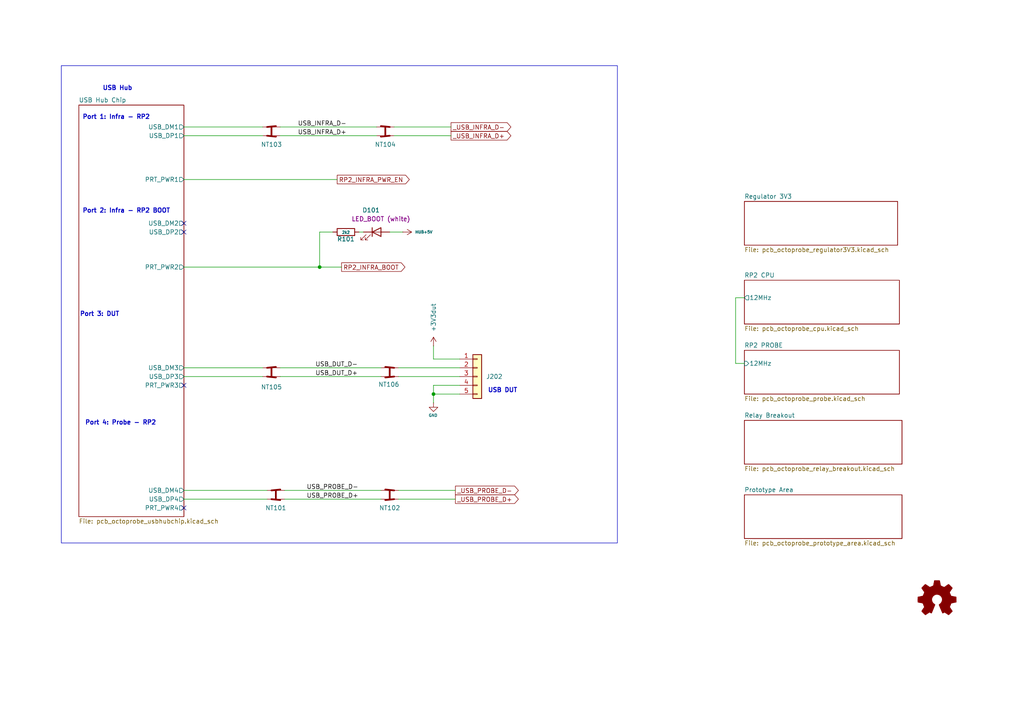
<source format=kicad_sch>
(kicad_sch (version 20250114) (generator "eeschema") (generator_version "9.0")
  (paper "A4")
  (title_block (title "Octoprobe tentacle") (date "2025-11-24") (rev "0.6") (company "Hans Märki, Märki Informatik") (comment 1 "The MIT License (MIT)"))
  (lib_symbols
    (symbol "00_project_library:+3V3dut" (power) (pin_numbers (hide yes)) (pin_names (offset 0) (hide yes))
      (property "Value" "+3V3dut" (at 0 3.556 0))
      (symbol "+3V3dut_0_1"
        (polyline (pts (xy -0.762 1.27) (xy 0 2.54)))
        (polyline (pts (xy 0 2.54) (xy 0.762 1.27)))
        (polyline (pts (xy 0 0) (xy 0 2.54)))
      )
      (symbol "+3V3dut_1_1"
        (pin power_in line (at 0 0 90) (length 0) (name "~") (number "1"))
      )
    )
    (symbol "00_project_library:HUB+5V" (power) (pin_numbers (hide yes)) (pin_names (offset 0) (hide yes))
      (property "Value" "HUB+5V" (at 0 3.556 0))
      (symbol "HUB+5V_0_1"
        (polyline (pts (xy -0.762 1.27) (xy 0 2.54)))
        (polyline (pts (xy 0 2.54) (xy 0.762 1.27)))
        (polyline (pts (xy 0 0) (xy 0 2.54)))
      )
      (symbol "HUB+5V_1_1"
        (pin power_in line (at 0 0 90) (length 0) (name "~") (number "1"))
      )
    )
    (symbol "00_project_library:LED WHITE" (pin_numbers (hide yes)) (pin_names (offset 1.016) (hide yes))
      (property "Reference" "D" (at 0 2.54 0))
      (property "Value" "LED WHITE" (at 0 -2.54 0))
      (symbol "LED WHITE_0_1"
        (polyline (pts (xy -3.048 -0.762) (xy -4.572 -2.286) (xy -3.81 -2.286) (xy -4.572 -2.286) (xy -4.572 -1.524)))
        (polyline (pts (xy -1.778 -0.762) (xy -3.302 -2.286) (xy -2.54 -2.286) (xy -3.302 -2.286) (xy -3.302 -1.524)))
        (polyline (pts (xy -1.27 0) (xy 1.27 0)))
        (polyline (pts (xy -1.27 -1.27) (xy -1.27 1.27)) (stroke (width 0.254)))
        (polyline (pts (xy 1.27 -1.27) (xy 1.27 1.27) (xy -1.27 0) (xy 1.27 -1.27)) (stroke (width 0.254)))
      )
      (symbol "LED WHITE_1_1"
        (pin passive line (at -3.81 0 0) (length 2.54) (name "K") (number "1"))
        (pin passive line (at 3.81 0 180) (length 2.54) (name "A") (number "2"))
      )
    )
    (symbol "00_project_library:octoprobe_NetTie_USB_Differential" (pin_numbers (hide yes)) (pin_names (offset 0) (hide yes)) (in_bom no)
      (property "Reference" "NT" (at 0 1.27 0))
      (symbol "octoprobe_NetTie_USB_Differential_0_1"
        (polyline (pts (xy -1.27 0) (xy 1.27 0.254)) (stroke (width 0.508)))
        (polyline (pts (xy -1.27 -2.54) (xy 1.27 -2.794)) (stroke (width 0.508)))
        (polyline (pts (xy 0 -2.54) (xy 0 0)) (stroke (width 0.508)))
      )
      (symbol "octoprobe_NetTie_USB_Differential_1_1"
        (pin passive line (at -2.54 0 0) (length 2.54) (name "1") (number "1"))
        (pin passive line (at -2.54 -2.54 0) (length 2.54) (name "3") (number "3"))
        (pin passive line (at 2.54 0 180) (length 2.54) (name "2") (number "2"))
        (pin passive line (at 2.54 -2.54 180) (length 2.54) (name "4") (number "4"))
      )
    )
    (symbol "Connector_Generic:Conn_01x05" (pin_names (offset 1.016) (hide yes))
      (property "Reference" "J" (at 0 7.62 0))
      (property "Value" "Conn_01x05" (at 0 -7.62 0))
      (symbol "Conn_01x05_1_1"
        (rectangle (start -1.27 6.35) (end 1.27 -6.35) (stroke (width 0.254)) (fill (type background)))
        (rectangle (start -1.27 5.207) (end 0 4.953) (stroke (width 0.1524)))
        (rectangle (start -1.27 2.667) (end 0 2.413) (stroke (width 0.1524)))
        (rectangle (start -1.27 0.127) (end 0 -0.127) (stroke (width 0.1524)))
        (rectangle (start -1.27 -2.413) (end 0 -2.667) (stroke (width 0.1524)))
        (rectangle (start -1.27 -4.953) (end 0 -5.207) (stroke (width 0.1524)))
        (pin passive line (at -5.08 5.08 0) (length 3.81) (name "Pin_1") (number "1"))
        (pin passive line (at -5.08 2.54 0) (length 3.81) (name "Pin_2") (number "2"))
        (pin passive line (at -5.08 0 0) (length 3.81) (name "Pin_3") (number "3"))
        (pin passive line (at -5.08 -2.54 0) (length 3.81) (name "Pin_4") (number "4"))
        (pin passive line (at -5.08 -5.08 0) (length 3.81) (name "Pin_5") (number "5"))
      )
    )
    (symbol "Device:R" (pin_numbers (hide yes)) (pin_names (offset 0))
      (property "Reference" "R" (at 2.032 0 90))
      (property "Value" "R" (at 0 0 90))
      (symbol "R_0_1"
        (rectangle (start -1.016 -2.54) (end 1.016 2.54) (stroke (width 0.254)))
      )
      (symbol "R_1_1"
        (pin passive line (at 0 3.81 270) (length 1.27) (name "~") (number "1"))
        (pin passive line (at 0 -3.81 90) (length 1.27) (name "~") (number "2"))
      )
    )
    (symbol "Graphic:Logo_Open_Hardware_Small" (in_bom no) (on_board no)
      (symbol "Logo_Open_Hardware_Small_0_1"
        (polyline (pts (xy 3.3528 -4.3434) (xy 3.302 -4.318) (xy 3.175 -4.2418) (xy 2.9972 -4.1148) (xy 2.7686 -3.9624) (xy 2.54 -3.81) (xy 2.3622 -3.7084) (xy 2.2352 -3.6068) (xy 2.1844 -3.5814) (xy 2.159 -3.6068) (xy 2.0574 -3.6576) (xy 1.905 -3.7338) (xy 1.8034 -3.7846) (xy 1.6764 -3.8354) (xy 1.6002 -3.8354) (xy 1.6002 -3.8354) (xy 1.5494 -3.7338) (xy 1.4732 -3.5306) (xy 1.3462 -3.302) (xy 1.2446 -3.0226) (xy 1.1176 -2.7178) (xy 0.9652 -2.413) (xy 0.8636 -2.1082) (xy 0.7366 -1.8288) (xy 0.6604 -1.6256) (xy 0.6096 -1.4732) (xy 0.5842 -1.397) (xy 0.5842 -1.397) (xy 0.6604 -1.3208) (xy 0.7874 -1.2446) (xy 1.0414 -1.016) (xy 1.2954 -0.6858) (xy 1.4478 -0.3302) (xy 1.524 0.0762) (xy 1.4732 0.4572) (xy 1.3208 0.8128) (xy 1.0668 1.143) (xy 0.762 1.3716) (xy 0.4064 1.524) (xy 0 1.5748) (xy -0.381 1.5494) (xy -0.7366 1.397) (xy -1.0668 1.143) (xy -1.2192 0.9906) (xy -1.397 0.6604) (xy -1.524 0.3048) (xy -1.524 0.2286) (xy -1.4986 -0.1778) (xy -1.397 -0.5334) (xy -1.1938 -0.8636) (xy -0.9144 -1.143) (xy -0.8636 -1.1684) (xy -0.7366 -1.27) (xy -0.635 -1.3462) (xy -0.5842 -1.397) (xy -1.0668 -2.5908) (xy -1.143 -2.794) (xy -1.2954 -3.1242) (xy -1.397 -3.4036) (xy -1.4986 -3.6322) (xy -1.5748 -3.7846) (xy -1.6002 -3.8354) (xy -1.6002 -3.8354) (xy -1.651 -3.8354) (xy -1.7272 -3.81) (xy -1.905 -3.7338) (xy -2.0066 -3.683) (xy -2.1336 -3.6068) (xy -2.2098 -3.5814) (xy -2.2606 -3.6068) (xy -2.3622 -3.683) (xy -2.54 -3.81) (xy -2.7686 -3.9624) (xy -2.9718 -4.0894) (xy -3.1496 -4.2164) (xy -3.302 -4.318) (xy -3.3528 -4.3434) (xy -3.3782 -4.3434) (xy -3.429 -4.318) (xy -3.5306 -4.2164) (xy -3.7084 -4.064) (xy -3.937 -3.8354) (xy -3.9624 -3.81) (xy -4.1656 -3.6068) (xy -4.318 -3.4544) (xy -4.4196 -3.3274) (xy -4.445 -3.2766) (xy -4.445 -3.2766) (xy -4.4196 -3.2258) (xy -4.318 -3.0734) (xy -4.2164 -2.8956) (xy -4.064 -2.667) (xy -3.6576 -2.0828) (xy -3.8862 -1.5494) (xy -3.937 -1.3716) (xy -4.0386 -1.1684) (xy -4.0894 -1.0414) (xy -4.1148 -0.9652) (xy -4.191 -0.9398) (xy -4.318 -0.9144) (xy -4.5466 -0.8636) (xy -4.8006 -0.8128) (xy -5.0546 -0.7874) (xy -5.2578 -0.7366) (xy -5.4356 -0.7112) (xy -5.5118 -0.6858) (xy -5.5118 -0.6858) (xy -5.5372 -0.635) (xy -5.5372 -0.5588) (xy -5.5372 -0.4318) (xy -5.5626 -0.2286) (xy -5.5626 0.0762) (xy -5.5626 0.127) (xy -5.5372 0.4064) (xy -5.5372 0.635) (xy -5.5372 0.762) (xy -5.5372 0.8382) (xy -5.5372 0.8382) (xy -5.461 0.8382) (xy -5.3086 0.889) (xy -5.08 0.9144) (xy -4.826 0.9652) (xy -4.8006 0.9906) (xy -4.5466 1.0414) (xy -4.318 1.0668) (xy -4.1656 1.1176) (xy -4.0894 1.143) (xy -4.0894 1.143) (xy -4.0386 1.2446) (xy -3.9624 1.4224) (xy -3.8608 1.6256) (xy -3.7846 1.8288) (xy -3.7084 2.0066) (xy -3.6576 2.159) (xy -3.6322 2.2098) (xy -3.6322 2.2098) (xy -3.683 2.286) (xy -3.7592 2.413) (xy -3.8862 2.5908) (xy -4.064 2.8194) (xy -4.064 2.8448) (xy -4.2164 3.0734) (xy -4.3434 3.2512) (xy -4.4196 3.3782) (xy -4.445 3.4544) (xy -4.445 3.4544) (xy -4.3942 3.5052) (xy -4.2926 3.6322) (xy -4.1148 3.81) (xy -3.937 4.0132) (xy -3.8608 4.064) (xy -3.6576 4.2926) (xy -3.5052 4.4196) (xy -3.4036 4.4958) (xy -3.3528 4.5212) (xy -3.3528 4.5212) (xy -3.302 4.4704) (xy -3.1496 4.3688) (xy -2.9718 4.2418) (xy -2.7432 4.0894) (xy -2.7178 4.0894) (xy -2.4892 3.937) (xy -2.3114 3.81) (xy -2.1844 3.7084) (xy -2.1336 3.683) (xy -2.1082 3.683) (xy -2.032 3.7084) (xy -1.8542 3.7592) (xy -1.6764 3.8354) (xy -1.4732 3.937) (xy -1.27 4.0132) (xy -1.143 4.064) (xy -1.0668 4.1148) (xy -1.0668 4.1148) (xy -1.0414 4.191) (xy -1.016 4.3434) (xy -0.9652 4.572) (xy -0.9144 4.8514) (xy -0.889 4.9022) (xy -0.8382 5.1562) (xy -0.8128 5.3848) (xy -0.7874 5.5372) (xy -0.762 5.588) (xy -0.7112 5.6134) (xy -0.5842 5.6134) (xy -0.4064 5.6134) (xy -0.1524 5.6134) (xy 0.0762 5.6134) (xy 0.3302 5.6134) (xy 0.5334 5.6134) (xy 0.6858 5.588) (xy 0.7366 5.588) (xy 0.7366 5.588) (xy 0.762 5.5118) (xy 0.8128 5.334) (xy 0.8382 5.1054) (xy 0.9144 4.826) (xy 0.9144 4.7752) (xy 0.9652 4.5212) (xy 1.016 4.2926) (xy 1.0414 4.1402) (xy 1.0668 4.0894) (xy 1.0668 4.0894) (xy 1.1938 4.0386) (xy 1.3716 3.9624) (xy 1.5748 3.8608) (xy 2.0828 3.6576) (xy 2.7178 4.0894) (xy 2.7686 4.1402) (xy 2.9972 4.2926) (xy 3.175 4.4196) (xy 3.302 4.4958) (xy 3.3782 4.5212) (xy 3.3782 4.5212) (xy 3.429 4.4704) (xy 3.556 4.3434) (xy 3.7338 4.191) (xy 3.9116 3.9878) (xy 4.064 3.8354) (xy 4.2418 3.6576) (xy 4.3434 3.556) (xy 4.4196 3.4798) (xy 4.4196 3.429) (xy 4.4196 3.4036) (xy 4.3942 3.3274) (xy 4.2926 3.2004) (xy 4.1656 2.9972) (xy 4.0132 2.794) (xy 3.8862 2.5908) (xy 3.7592 2.3876) (xy 3.6576 2.2352) (xy 3.6322 2.159) (xy 3.6322 2.1336) (xy 3.683 2.0066) (xy 3.7592 1.8288) (xy 3.8608 1.6002) (xy 4.064 1.1176) (xy 4.3942 1.0414) (xy 4.5974 1.016) (xy 4.8768 0.9652) (xy 5.1308 0.9144) (xy 5.5372 0.8382) (xy 5.5626 -0.6604) (xy 5.4864 -0.6858) (xy 5.4356 -0.6858) (xy 5.2832 -0.7366) (xy 5.0546 -0.762) (xy 4.8006 -0.8128) (xy 4.5974 -0.8636) (xy 4.3688 -0.9144) (xy 4.2164 -0.9398) (xy 4.1402 -0.9398) (xy 4.1148 -0.9652) (xy 4.064 -1.0668) (xy 3.9878 -1.2446) (xy 3.9116 -1.4478) (xy 3.81 -1.651) (xy 3.7338 -1.8542) (xy 3.683 -2.0066) (xy 3.6576 -2.0828) (xy 3.683 -2.1336) (xy 3.7846 -2.2606) (xy 3.8862 -2.4638) (xy 4.0386 -2.667) (xy 4.191 -2.8956) (xy 4.318 -3.0734) (xy 4.3942 -3.2004) (xy 4.445 -3.2766) (xy 4.4196 -3.3274) (xy 4.3434 -3.429) (xy 4.1656 -3.5814) (xy 3.937 -3.8354) (xy 3.8862 -3.8608) (xy 3.683 -4.064) (xy 3.5306 -4.2164) (xy 3.4036 -4.318) (xy 3.3528 -4.3434)) (fill (type outline)))
      )
    )
    (symbol "power:GND" (power) (pin_numbers (hide yes)) (pin_names (offset 0) (hide yes))
      (property "Value" "GND" (at 0 -3.81 0))
      (symbol "GND_0_1"
        (polyline (pts (xy 0 0) (xy 0 -1.27) (xy 1.27 -1.27) (xy 0 -2.54) (xy -1.27 -1.27) (xy 0 -1.27)))
      )
      (symbol "GND_1_1"
        (pin power_in line (at 0 0 270) (length 0) (name "~") (number "1"))
      )
    )
  )
  (rectangle (start 17.78 19.05) (end 179.07 157.48))
  (text "Port 2: Infra - RP2 BOOT" (at 23.876 61.976 0) (effects (font (size 1.27 1.27) (thickness 0.254) (bold yes)) (justify left bottom)))
  (text "Port 4: Probe - RP2" (at 24.638 123.444 0) (effects (font (size 1.27 1.27) (thickness 0.254) (bold yes)) (justify left bottom)))
  (text "Port 3: DUT" (at 23.114 91.948 0) (effects (font (size 1.27 1.27) (thickness 0.254) (bold yes)) (justify left bottom)))
  (text "USB DUT" (at 145.796 114.046 0) (effects (font (size 1.27 1.27) (thickness 0.254) (bold yes)) (justify bottom)))
  (text "Port 1: Infra - RP2" (at 23.876 34.798 0) (effects (font (size 1.27 1.27) (thickness 0.254) (bold yes)) (justify left bottom)))
  (text "USB Hub" (at 29.718 26.416 0) (effects (font (size 1.27 1.27) (thickness 0.254) (bold yes)) (justify left bottom)))
  (junction (at 125.73 114.3))
  (junction (at 92.71 77.47))
  (no_connect (at 53.34 67.31))
  (no_connect (at 53.34 147.32))
  (no_connect (at 53.34 64.77))
  (no_connect (at 53.34 111.76))
  (wire (pts (xy 97.79 52.07) (xy 53.34 52.07)))
  (wire (pts (xy 81.28 39.37) (xy 109.22 39.37)))
  (wire (pts (xy 125.73 104.14) (xy 133.35 104.14)))
  (wire (pts (xy 213.36 86.36) (xy 213.36 105.41)))
  (wire (pts (xy 125.73 111.76) (xy 125.73 114.3)))
  (wire (pts (xy 213.36 86.36) (xy 215.9 86.36)))
  (wire (pts (xy 53.34 106.68) (xy 76.2 106.68)))
  (wire (pts (xy 92.71 67.31) (xy 92.71 77.47)))
  (wire (pts (xy 92.71 77.47) (xy 99.06 77.47)))
  (wire (pts (xy 81.28 109.22) (xy 110.49 109.22)))
  (wire (pts (xy 82.55 142.24) (xy 110.49 142.24)))
  (wire (pts (xy 115.57 109.22) (xy 133.35 109.22)))
  (wire (pts (xy 53.34 77.47) (xy 92.71 77.47)))
  (wire (pts (xy 125.73 111.76) (xy 133.35 111.76)))
  (wire (pts (xy 82.55 144.78) (xy 110.49 144.78)))
  (wire (pts (xy 53.34 36.83) (xy 76.2 36.83)))
  (wire (pts (xy 116.84 67.31) (xy 113.03 67.31)))
  (wire (pts (xy 81.28 106.68) (xy 110.49 106.68)))
  (wire (pts (xy 125.73 100.33) (xy 125.73 104.14)))
  (wire (pts (xy 105.41 67.31) (xy 104.14 67.31)))
  (wire (pts (xy 125.73 114.3) (xy 125.73 116.84)))
  (wire (pts (xy 213.36 105.41) (xy 215.9 105.41)))
  (wire (pts (xy 81.28 36.83) (xy 109.22 36.83)))
  (wire (pts (xy 114.3 39.37) (xy 130.81 39.37)))
  (wire (pts (xy 53.34 39.37) (xy 76.2 39.37)))
  (wire (pts (xy 53.34 144.78) (xy 77.47 144.78)))
  (wire (pts (xy 53.34 109.22) (xy 76.2 109.22)))
  (wire (pts (xy 114.3 36.83) (xy 130.81 36.83)))
  (wire (pts (xy 53.34 142.24) (xy 77.47 142.24)))
  (wire (pts (xy 115.57 144.78) (xy 132.08 144.78)))
  (wire (pts (xy 125.73 114.3) (xy 133.35 114.3)))
  (wire (pts (xy 115.57 142.24) (xy 132.08 142.24)))
  (wire (pts (xy 92.71 67.31) (xy 96.52 67.31)))
  (wire (pts (xy 115.57 106.68) (xy 133.35 106.68)))
  (label "USB_INFRA_D-" (at 86.36 36.83 0))
  (label "USB_PROBE_D+" (at 88.9 144.78 0))
  (label "USB_PROBE_D-" (at 88.9 142.24 0))
  (label "USB_DUT_D-" (at 91.44 106.68 0))
  (label "USB_INFRA_D+" (at 86.36 39.37 0))
  (label "USB_DUT_D+" (at 91.44 109.22 0))
  (global_label "RP2_INFRA_PWR_EN" (shape output) (at 97.79 52.07 0) (property "Intersheetrefs" "${INTERSHEET_REFS}" (effects (hide yes))))
  (global_label "_USB_PROBE_D-" (shape output) (at 132.08 142.24 0) (property "Intersheetrefs" "${INTERSHEET_REFS}" (effects (hide yes))))
  (global_label "_USB_PROBE_D+" (shape output) (at 132.08 144.78 0) (property "Intersheetrefs" "${INTERSHEET_REFS}" (effects (hide yes))))
  (global_label "_USB_INFRA_D+" (shape output) (at 130.81 39.37 0) (property "Intersheetrefs" "${INTERSHEET_REFS}" (effects (hide yes))))
  (global_label "RP2_INFRA_BOOT" (shape output) (at 99.06 77.47 0) (property "Intersheetrefs" "${INTERSHEET_REFS}" (effects (hide yes))))
  (global_label "_USB_INFRA_D-" (shape output) (at 130.81 36.83 0) (property "Intersheetrefs" "${INTERSHEET_REFS}" (effects (hide yes))))
  (symbol (lib_id "00_project_library:octoprobe_NetTie_USB_Differential") (at 78.74 109.22 0) (mirror x) (unit 1) (in_bom no)
    (property "Reference" "NT105" (at 78.74 112.268 0))
    (property "Value" "octoprobe_NetTie_USB_Differential" (effects (hide yes)))
    (property "Footprint" "00_project_library:octoprobe_NetTie_USB_Differential" (effects (hide yes)))
    (property "Description" "Net tie, 4 pins" (effects (hide yes)))
  )
  (symbol (lib_id "Connector_Generic:Conn_01x05") (at 138.43 109.22 0) (unit 1) (in_bom no)
    (property "Reference" "J202" (at 140.97 109.2199 0) (effects (justify left)))
    (property "Value" "Conn_01x5" (effects (hide yes)))
    (property "Footprint" "00_project_library:PinSocket_1x5_P2.54mm_Vertical_squarepad_USB" (effects (hide yes)))
    (property "Description" "Generic connector, single row, 01x05, script generated (kicad-library-utils/schlib/autogen/connector/)" (effects (hide yes)))
  )
  (symbol (lib_id "00_project_library:octoprobe_NetTie_USB_Differential") (at 113.03 142.24 0) (mirror y) (unit 1) (in_bom no)
    (property "Reference" "NT102" (at 113.03 147.32 0))
    (property "Value" "octoprobe_NetTie_USB_Differential" (effects (hide yes)))
    (property "Footprint" "00_project_library:octoprobe_NetTie_USB_Differential" (effects (hide yes)))
    (property "Description" "Net tie, 4 pins" (effects (hide yes)))
  )
  (symbol (lib_id "00_project_library:+3V3dut") (at 125.73 100.33 0) (unit 1)
    (property "Reference" "#PWR0234" (effects (hide yes)))
    (property "Value" "+3V3dut" (at 125.73 96.266 90) (effects (justify left)))
    (property "Description" "Power symbol creates a global label with name \"+3V3dut\"" (effects (hide yes)))
  )
  (symbol (lib_id "00_project_library:LED WHITE") (at 109.22 67.31 0) (unit 1)
    (property "Reference" "D101" (at 107.6325 60.96 0))
    (property "Value" "white" (effects (hide yes)))
    (property "Footprint" "00_project_library:LED_0603_1608Metric" (effects (hide yes)))
    (property "JLC" "C2290" (effects (hide yes)))
    (property "Label" "LED_BOOT (white)" (at 110.49 63.5 0))
  )
  (symbol (lib_id "00_project_library:octoprobe_NetTie_USB_Differential") (at 80.01 144.78 0) (mirror x) (unit 1) (in_bom no)
    (property "Reference" "NT101" (at 80.01 147.32 0))
    (property "Value" "octoprobe_NetTie_USB_Differential" (effects (hide yes)))
    (property "Footprint" "00_project_library:octoprobe_NetTie_USB_Differential" (effects (hide yes)))
    (property "Description" "Net tie, 4 pins" (effects (hide yes)))
  )
  (symbol (lib_id "00_project_library:octoprobe_NetTie_USB_Differential") (at 111.76 36.83 0) (mirror y) (unit 1) (in_bom no)
    (property "Reference" "NT104" (at 111.76 41.91 0))
    (property "Value" "octoprobe_NetTie_USB_Differential" (effects (hide yes)))
    (property "Footprint" "00_project_library:octoprobe_NetTie_USB_Differential" (effects (hide yes)))
    (property "Description" "Net tie, 4 pins" (effects (hide yes)))
  )
  (symbol (lib_id "00_project_library:HUB+5V") (at 116.84 67.31 270) (unit 1)
    (property "Reference" "#PWR0101" (effects (hide yes)))
    (property "Value" "HUB+5V" (at 122.936 67.31 90) (effects (font (size 0.8 0.8))))
    (property "Description" "Power symbol creates a global label with name \"+3V3\"" (effects (hide yes)))
  )
  (symbol (lib_id "power:GND") (at 125.73 116.84 0) (unit 1)
    (property "Reference" "#PWR0104" (effects (hide yes)))
    (property "Value" "GND" (at 125.603 120.4722 0) (effects (font (size 0.8 0.8))))
    (property "Description" "Power symbol creates a global label with name \"GND\" , ground" (effects (hide yes)))
  )
  (symbol (lib_id "00_project_library:octoprobe_NetTie_USB_Differential") (at 113.03 106.68 0) (mirror y) (unit 1) (in_bom no)
    (property "Reference" "NT106" (at 112.776 111.506 0))
    (property "Value" "octoprobe_NetTie_USB_Differential" (effects (hide yes)))
    (property "Footprint" "00_project_library:octoprobe_NetTie_USB_Differential" (effects (hide yes)))
    (property "Description" "Net tie, 4 pins" (effects (hide yes)))
  )
  (symbol (lib_id "Graphic:Logo_Open_Hardware_Small") (at 271.78 173.99 0) (unit 1) (in_bom no)
    (property "Reference" "Logo_open_hardware101" (effects (hide yes)))
    (property "Value" "Logo_Open_Hardware_Small" (effects (hide yes)))
    (property "Footprint" "Symbol:OSHW-Logo2_9.8x8mm_SilkScreen" (effects (hide yes)))
    (property "Description" "Open Hardware logo, small" (effects (hide yes)))
  )
  (symbol (lib_id "Device:R") (at 100.33 67.31 270) (unit 1)
    (property "Reference" "R101" (at 100.33 69.342 90))
    (property "Value" "2k2" (at 100.33 67.4116 90) (effects (font (size 0.8 0.8))))
    (property "Footprint" "Resistor_SMD:R_0805_2012Metric" (effects (hide yes)))
  )
  (symbol (lib_id "00_project_library:octoprobe_NetTie_USB_Differential") (at 78.74 39.37 0) (mirror x) (unit 1) (in_bom no)
    (property "Reference" "NT103" (at 78.74 41.91 0))
    (property "Value" "octoprobe_NetTie_USB_Differential" (effects (hide yes)))
    (property "Footprint" "00_project_library:octoprobe_NetTie_USB_Differential" (effects (hide yes)))
    (property "Description" "Net tie, 4 pins" (effects (hide yes)))
  )
  (sheet (at 215.9 81.28) (size 44.958 12.7) (stroke (width 0.1524))
    (property "Sheetname" "RP2 CPU" (at 215.9 80.5684 0) (effects (justify left bottom)))
    (property "Sheetfile" "pcb_octoprobe_cpu.kicad_sch" (at 215.9 94.5646 0) (effects (justify left top)))
    (pin "12MHz" output (at 215.9 86.36 180))
  )
  (sheet (at 215.9 143.51) (size 45.72 12.7) (stroke (width 0.1524))
    (property "Sheetname" "Prototype Area" (at 215.9 142.7984 0) (effects (justify left bottom)))
    (property "Sheetfile" "pcb_octoprobe_prototype_area.kicad_sch" (at 215.9 156.7946 0) (effects (justify left top)))
  )
  (sheet (at 215.9 121.92) (size 45.72 12.7) (stroke (width 0.1524))
    (property "Sheetname" "Relay Breakout" (at 215.9 121.2084 0) (effects (justify left bottom)))
    (property "Sheetfile" "pcb_octoprobe_relay_breakout.kicad_sch" (at 215.9 135.2046 0) (effects (justify left top)))
  )
  (sheet (at 215.9 58.42) (size 44.45 12.7) (stroke (width 0.1524))
    (property "Sheetname" "Regulator 3V3" (at 215.9 57.7084 0) (effects (justify left bottom)))
    (property "Sheetfile" "pcb_octoprobe_regulator3V3.kicad_sch" (at 215.9 71.7046 0) (effects (justify left top)))
  )
  (sheet (at 215.9 101.6) (size 44.958 12.7) (stroke (width 0.1524))
    (property "Sheetname" "RP2 PROBE" (at 215.9 100.8884 0) (effects (justify left bottom)))
    (property "Sheetfile" "pcb_octoprobe_probe.kicad_sch" (at 215.9 114.8846 0) (effects (justify left top)))
    (pin "12MHz" input (at 215.9 105.41 180))
  )
  (sheet (at 22.86 30.48) (size 30.48 119.38) (stroke (width 0.1524))
    (property "Sheetname" "USB Hub Chip" (at 22.86 29.7684 0) (effects (justify left bottom)))
    (property "Sheetfile" "pcb_octoprobe_usbhubchip.kicad_sch" (at 22.86 150.4446 0) (effects (justify left top)))
    (pin "USB_DM1" output (at 53.34 36.83 0))
    (pin "USB_DP1" output (at 53.34 39.37 0))
    (pin "PRT_PWR1" output (at 53.34 52.07 0))
    (pin "PRT_PWR2" output (at 53.34 77.47 0))
    (pin "USB_DM2" output (at 53.34 64.77 0))
    (pin "USB_DP2" output (at 53.34 67.31 0))
    (pin "USB_DP3" output (at 53.34 109.22 0))
    (pin "USB_DM3" output (at 53.34 106.68 0))
    (pin "USB_DP4" output (at 53.34 144.78 0))
    (pin "PRT_PWR4" output (at 53.34 147.32 0))
    (pin "PRT_PWR3" output (at 53.34 111.76 0))
    (pin "USB_DM4" output (at 53.34 142.24 0))
  )
)
</source>
